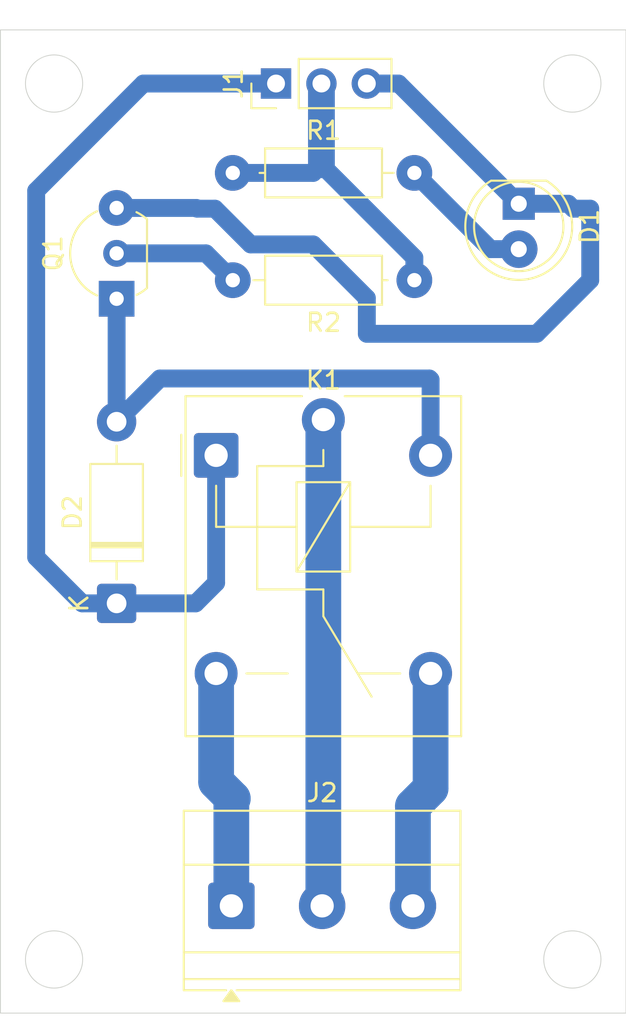
<source format=kicad_pcb>
(kicad_pcb (version 20241229) (generator "pcbnew") (generator_version "9.0")
  (layers (0 "F.Cu" signal) (2 "B.Cu" signal) (13 "F.Paste" user) (15 "B.Paste" user) (5 "F.SilkS" user "F.Silkscreen") (7 "B.SilkS" user "B.Silkscreen") (1 "F.Mask" user) (3 "B.Mask" user) (25 "Edge.Cuts" user))
  (net 0 "")
  (net 1 "Net-(D1-A)")
  (net 2 "GND")
  (net 3 "/COL")
  (net 4 "+5V")
  (net 5 "/SIG")
  (net 6 "/RL_COM")
  (net 7 "/RL_NC")
  (net 8 "/RL_NO")
  (net 9 "/BASE")
  (footprint "Connector_PinHeader_2.54mm:PinHeader_1x03_P2.54mm_Vertical" (layer "F.Cu") (at 150.42 88 90)
    (property "Reference" "J1" (at 0 -2.38 90) (layer "F.SilkS"))
    (property "Value" "Conn_01x03")
    (fp_line (start -1.38 -1.38) (end 0 -1.38) (stroke (width 0.12)) (layer "F.SilkS"))
    (fp_line (start -1.38 0) (end -1.38 -1.38) (stroke (width 0.12)) (layer "F.SilkS"))
    (fp_line (start 1.38 1.27) (end 1.38 6.46) (stroke (width 0.12)) (layer "F.SilkS"))
    (fp_line (start -1.38 1.27) (end 1.38 1.27) (stroke (width 0.12)) (layer "F.SilkS"))
    (fp_line (start -1.38 1.27) (end -1.38 6.46) (stroke (width 0.12)) (layer "F.SilkS"))
    (fp_line (start -1.38 6.46) (end 1.38 6.46) (stroke (width 0.12)) (layer "F.SilkS"))
    (pad "1" thru_hole rect (at 0 0 90) (size 1.7 1.7) (drill 1) (layers "*.Cu" "*.Mask") (net 4 "+5V"))
    (pad "2" thru_hole circle (at 0 2.54 90) (size 1.7 1.7) (drill 1) (layers "*.Cu" "*.Mask") (net 5 "/SIG"))
    (pad "3" thru_hole circle (at 0 5.08 90) (size 1.7 1.7) (drill 1) (layers "*.Cu" "*.Mask") (net 2 "GND"))
  )
  (footprint "LED_THT:LED_D5.0mm" (layer "F.Cu") (at 164 94.725 -90)
    (property "Reference" "D1" (at 1.27 -3.96 90) (layer "F.SilkS"))
    (property "Value" "LED")
    (fp_line (start -1.29 -1.545) (end -1.29 1.545) (stroke (width 0.12)) (layer "F.SilkS"))
    (fp_arc (start 4.26 0) (mid 2.071779 2.880495) (end -1.29 1.54483) (stroke (width 0.12)) (layer "F.SilkS"))
    (fp_arc (start -1.29 -1.54483) (mid 2.071779 -2.880495) (end 4.26 0) (stroke (width 0.12)) (layer "F.SilkS"))
    (fp_circle (center 1.27 0) (end 3.77 0) (stroke (width 0.12)) (fill no) (layer "F.SilkS"))
    (pad "1" thru_hole rect (at 0 0 270) (size 1.8 1.8) (drill 0.9) (layers "*.Cu" "*.Mask") (net 2 "GND"))
    (pad "2" thru_hole circle (at 2.54 0 270) (size 2.1 2.1) (drill 0.9) (layers "*.Cu" "*.Mask") (net 1 "Net-(D1-A)"))
  )
  (footprint "Package_TO_SOT_THT:TO-92L_Inline_Wide" (layer "F.Cu") (at 141.5 100.04 90)
    (property "Reference" "Q1" (at 2.54 -3.56 90) (layer "F.SilkS"))
    (property "Value" "BC547")
    (fp_line (start 0.6 1.7) (end 4.45 1.7) (stroke (width 0.12)) (layer "F.SilkS"))
    (fp_arc (start 2.54 -2.6) (mid 3.936979 -2.192818) (end 4.8964 -1.098807) (stroke (width 0.12)) (layer "F.SilkS"))
    (fp_arc (start 0.1836 -1.098807) (mid 1.143021 -2.192817) (end 2.54 -2.6) (stroke (width 0.12)) (layer "F.SilkS"))
    (fp_arc (start 4.842383 1.112264) (mid 4.666594 1.419753) (end 4.45 1.7) (stroke (width 0.12)) (layer "F.SilkS"))
    (fp_arc (start 0.6 1.7) (mid 0.389183 1.423933) (end 0.217369 1.122045) (stroke (width 0.12)) (layer "F.SilkS"))
    (pad "1" thru_hole rect (at 0 0 90) (size 2 2) (drill 0.8) (layers "*.Cu" "*.Mask") (net 3 "/COL"))
    (pad "2" thru_hole circle (at 2.54 0 90) (size 1.5 1.5) (drill 0.8) (layers "*.Cu" "*.Mask") (net 9 "/BASE"))
    (pad "3" thru_hole circle (at 5.08 0 90) (size 2 2) (drill 0.8) (layers "*.Cu" "*.Mask") (net 2 "GND"))
  )
  (footprint "Resistor_THT:R_Axial_DIN0207_L6.3mm_D2.5mm_P10.16mm_Horizontal" (layer "F.Cu") (at 148 93)
    (property "Reference" "R1" (at 5.08 -2.37 0) (layer "F.SilkS"))
    (property "Value" "470")
    (fp_line (start 1.5 0) (end 1.81 0) (stroke (width 0.12)) (layer "F.SilkS"))
    (fp_line (start 9 0) (end 8.35 0) (stroke (width 0.12)) (layer "F.SilkS"))
    (fp_rect (start 1.81 -1.37) (end 8.35 1.37) (stroke (width 0.12)) (fill no) (layer "F.SilkS"))
    (pad "1" thru_hole circle (at 0 0) (size 2 2) (drill 0.8) (layers "*.Cu" "*.Mask") (net 5 "/SIG"))
    (pad "2" thru_hole circle (at 10.16 0) (size 2 2) (drill 0.8) (layers "*.Cu" "*.Mask") (net 1 "Net-(D1-A)"))
  )
  (footprint "Relay_THT:Relay_SPDT_Finder_36.11" (layer "F.Cu") (at 147.0675 108.8)
    (property "Reference" "K1" (at 6 -4.2 0) (layer "F.SilkS"))
    (property "Value" "SRD-05VDC-SL-C")
    (fp_line (start -1.95 -1.15) (end -1.95 1.15) (stroke (width 0.12)) (layer "F.SilkS"))
    (fp_line (start -1.71 15.7) (end -1.71 -3.31) (stroke (width 0.12)) (layer "F.SilkS"))
    (fp_line (start 0 1.7) (end 0 4) (stroke (width 0.12)) (layer "F.SilkS"))
    (fp_line (start 1.7 12.2) (end 4 12.2) (stroke (width 0.12)) (layer "F.SilkS"))
    (fp_line (start 2.3 7.5) (end 2.3 0.6) (stroke (width 0.12)) (layer "F.SilkS"))
    (fp_line (start 4.5 1.5) (end 7.5 1.5) (stroke (width 0.12)) (layer "F.SilkS"))
    (fp_line (start 4.5 4) (end 0 4) (stroke (width 0.12)) (layer "F.SilkS"))
    (fp_line (start 4.5 6.5) (end 4.5 1.5) (stroke (width 0.12)) (layer "F.SilkS"))
    (fp_line (start 4.5 6.5) (end 7.5 1.5) (stroke (width 0.12)) (layer "F.SilkS"))
    (fp_line (start 4.8 -3.31) (end -1.71 -3.31) (stroke (width 0.12)) (layer "F.SilkS"))
    (fp_line (start 6 0.6) (end 2.3 0.6) (stroke (width 0.12)) (layer "F.SilkS"))
    (fp_line (start 6 0.6) (end 6 -0.3) (stroke (width 0.12)) (layer "F.SilkS"))
    (fp_line (start 6 7.5) (end 2.3 7.5) (stroke (width 0.12)) (layer "F.SilkS"))
    (fp_line (start 6 7.5) (end 6 9) (stroke (width 0.12)) (layer "F.SilkS"))
    (fp_line (start 6 9) (end 8.7 13.5) (stroke (width 0.12)) (layer "F.SilkS"))
    (fp_line (start 7.5 1.5) (end 7.5 6.5) (stroke (width 0.12)) (layer "F.SilkS"))
    (fp_line (start 7.5 6.5) (end 4.5 6.5) (stroke (width 0.12)) (layer "F.SilkS"))
    (fp_line (start 10.3 12.2) (end 8 12.2) (stroke (width 0.12)) (layer "F.SilkS"))
    (fp_line (start 12 4) (end 7.5 4) (stroke (width 0.12)) (layer "F.SilkS"))
    (fp_line (start 12 4) (end 12 1.7) (stroke (width 0.12)) (layer "F.SilkS"))
    (fp_line (start 13.71 -3.31) (end 7.2 -3.31) (stroke (width 0.12)) (layer "F.SilkS"))
    (fp_line (start 13.71 -3.31) (end 13.71 15.71) (stroke (width 0.12)) (layer "F.SilkS"))
    (fp_line (start 13.71 15.71) (end -1.71 15.71) (stroke (width 0.12)) (layer "F.SilkS"))
    (pad "11" thru_hole circle (at 6 -2) (size 2.4 2.4) (drill 1.3) (layers "*.Cu" "*.Mask") (net 6 "/RL_COM"))
    (pad "12" thru_hole circle (at 12 12.2) (size 2.4 2.4) (drill 1.3) (layers "*.Cu" "*.Mask") (net 7 "/RL_NC"))
    (pad "14" thru_hole circle (at 0 12.2) (size 2.4 2.4) (drill 1.3) (layers "*.Cu" "*.Mask") (net 8 "/RL_NO"))
    (pad "A1" thru_hole roundrect (at 0 0) (size 2.5 2.5) (drill 1.3) (layers "*.Cu" "*.Mask") (roundrect_rratio 0.1) (net 4 "+5V"))
    (pad "A2" thru_hole circle (at 12 0) (size 2.4 2.4) (drill 1.3) (layers "*.Cu" "*.Mask") (net 3 "/COL"))
  )
  (footprint "TerminalBlock_Phoenix:TerminalBlock_Phoenix_MKDS-1,5-3-5.08_1x03_P5.08mm_Horizontal" (layer "F.Cu") (at 147.92 134)
    (property "Reference" "J2" (at 5.08 -6.32 0) (layer "F.SilkS"))
    (property "Value" "Screw_Terminal_01x03")
    (fp_line (start -2.66 -5.32) (end 12.82 -5.32) (stroke (width 0.12)) (layer "F.SilkS"))
    (fp_line (start -2.66 -2.3) (end 12.82 -2.3) (stroke (width 0.12)) (layer "F.SilkS"))
    (fp_line (start -2.66 2.6) (end 12.82 2.6) (stroke (width 0.12)) (layer "F.SilkS"))
    (fp_line (start -2.66 4.1) (end 12.82 4.1) (stroke (width 0.12)) (layer "F.SilkS"))
    (fp_line (start -2.66 4.72) (end -2.66 -5.32) (stroke (width 0.12)) (layer "F.SilkS"))
    (fp_line (start -0.3 4.72) (end -2.66 4.72) (stroke (width 0.12)) (layer "F.SilkS"))
    (fp_line (start 12.82 -5.32) (end 12.82 4.72) (stroke (width 0.12)) (layer "F.SilkS"))
    (fp_line (start 12.82 4.72) (end 0.3 4.72) (stroke (width 0.12)) (layer "F.SilkS"))
    (fp_poly (pts (xy 0 4.72) (xy 0.44 5.33) (xy -0.44 5.33)) (stroke (width 0.12)) (fill yes) (layer "F.SilkS"))
    (pad "1" thru_hole roundrect (at 0 0) (size 2.6 2.6) (drill 1.3) (layers "*.Cu" "*.Mask") (roundrect_rratio 0.096154) (net 8 "/RL_NO"))
    (pad "2" thru_hole circle (at 5.08 0) (size 2.6 2.6) (drill 1.3) (layers "*.Cu" "*.Mask") (net 6 "/RL_COM"))
    (pad "3" thru_hole circle (at 10.16 0) (size 2.6 2.6) (drill 1.3) (layers "*.Cu" "*.Mask") (net 7 "/RL_NC"))
  )
  (footprint "Resistor_THT:R_Axial_DIN0207_L6.3mm_D2.5mm_P10.16mm_Horizontal" (layer "F.Cu") (at 158.16 99 180)
    (property "Reference" "R2" (at 5.08 -2.37 0) (layer "F.SilkS"))
    (property "Value" "470")
    (fp_line (start 9 0) (end 8.35 0) (stroke (width 0.12)) (layer "F.SilkS"))
    (fp_line (start 1.5 0) (end 1.81 0) (stroke (width 0.12)) (layer "F.SilkS"))
    (fp_rect (start 1.81 -1.37) (end 8.35 1.37) (stroke (width 0.12)) (fill no) (layer "F.SilkS"))
    (pad "1" thru_hole circle (at 0 0 180) (size 2 2) (drill 0.8) (layers "*.Cu" "*.Mask") (net 5 "/SIG"))
    (pad "2" thru_hole circle (at 10.16 0 180) (size 2 2) (drill 0.8) (layers "*.Cu" "*.Mask") (net 9 "/BASE"))
  )
  (footprint "Diode_THT:D_DO-41_SOD81_P10.16mm_Horizontal" (layer "F.Cu") (at 141.5 117.08 90)
    (property "Reference" "D2" (at 5.08 -2.47 90) (layer "F.SilkS"))
    (property "Value" "1N4007")
    (fp_line (start 3.38 -1.47) (end 3.38 1.47) (stroke (width 0.12)) (layer "F.SilkS"))
    (fp_line (start 3.26 -1.47) (end 3.26 1.47) (stroke (width 0.12)) (layer "F.SilkS"))
    (fp_line (start 3.14 -1.47) (end 3.14 1.47) (stroke (width 0.12)) (layer "F.SilkS"))
    (fp_line (start 8.82 0) (end 7.8 0) (stroke (width 0.12)) (layer "F.SilkS"))
    (fp_line (start 1.34 0) (end 2.36 0) (stroke (width 0.12)) (layer "F.SilkS"))
    (fp_rect (start 2.36 -1.47) (end 7.8 1.47) (stroke (width 0.12)) (fill no) (layer "F.SilkS"))
    (fp_text user "K" (at 0 -2.1 90) (layer "F.SilkS"))
    (pad "1" thru_hole roundrect (at 0 0 90) (size 2.2 2.2) (drill 1.1) (layers "*.Cu" "*.Mask") (roundrect_rratio 0.113636) (net 4 "+5V"))
    (pad "2" thru_hole circle (at 10.16 0 90) (size 2.2 2.2) (drill 1.1) (layers "*.Cu" "*.Mask") (net 3 "/COL"))
  )
  (gr_circle (center 167 88) (end 168.6 88) (stroke (width 0.05)) (fill no) (layer "Edge.Cuts"))
  (gr_circle (center 138 137) (end 139.6 137) (stroke (width 0.05)) (fill no) (layer "Edge.Cuts"))
  (gr_circle (center 167 137) (end 168.6 137) (stroke (width 0.05)) (fill no) (layer "Edge.Cuts"))
  (gr_circle (center 138 88) (end 139.6 88) (stroke (width 0.05)) (fill no) (layer "Edge.Cuts"))
  (gr_rect (start 135 85) (end 170 140) (stroke (width 0.05)) (fill no) (layer "Edge.Cuts"))
  (segment (start 164 97.265) (end 162.425 97.265) (width 1) (layer "B.Cu") (net 1))
  (segment (start 162.425 97.265) (end 158.16 93) (width 1) (layer "B.Cu") (net 1))
  (segment (start 168 99) (end 168 95) (width 1) (layer "B.Cu") (net 2))
  (segment (start 146 95) (end 147 95) (width 1) (layer "B.Cu") (net 2))
  (segment (start 168 95) (end 167.05 95) (width 1) (layer "B.Cu") (net 2))
  (segment (start 152.5 97) (end 155.5 100) (width 1) (layer "B.Cu") (net 2))
  (segment (start 147 95) (end 149 97) (width 1) (layer "B.Cu") (net 2))
  (segment (start 155.5 88) (end 157.275 88) (width 1) (layer "B.Cu") (net 2))
  (segment (start 141.5 94.96) (end 145.96 94.96) (width 1) (layer "B.Cu") (net 2))
  (segment (start 149 97) (end 152.5 97) (width 1) (layer "B.Cu") (net 2))
  (segment (start 155.5 102) (end 165 102) (width 1) (layer "B.Cu") (net 2))
  (segment (start 155.5 100) (end 155.5 102) (width 1) (layer "B.Cu") (net 2))
  (segment (start 157.275 88) (end 164 94.725) (width 1) (layer "B.Cu") (net 2))
  (segment (start 145.96 94.96) (end 146 95) (width 1) (layer "B.Cu") (net 2))
  (segment (start 167.05 95) (end 166.775 94.725) (width 1) (layer "B.Cu") (net 2))
  (segment (start 165 102) (end 168 99) (width 1) (layer "B.Cu") (net 2))
  (segment (start 166.775 94.725) (end 164 94.725) (width 1) (layer "B.Cu") (net 2))
  (segment (start 159 104.5) (end 143.92 104.5) (width 1) (layer "B.Cu") (net 3))
  (segment (start 159.0675 108.8) (end 159.0675 104.5675) (width 1) (layer "B.Cu") (net 3))
  (segment (start 143.92 104.5) (end 141.5 106.92) (width 1) (layer "B.Cu") (net 3))
  (segment (start 141.5 106.92) (end 141.5 100.04) (width 1) (layer "B.Cu") (net 3))
  (segment (start 159.0675 104.5675) (end 159 104.5) (width 1) (layer "B.Cu") (net 3))
  (segment (start 141.5 117.08) (end 139.58 117.08) (width 1) (layer "B.Cu") (net 4))
  (segment (start 147.0675 115.9325) (end 147.0675 108.8) (width 1) (layer "B.Cu") (net 4))
  (segment (start 139.58 117.08) (end 137 114.5) (width 1) (layer "B.Cu") (net 4))
  (segment (start 137 114.5) (end 137 94) (width 1) (layer "B.Cu") (net 4))
  (segment (start 143 88) (end 150.42 88) (width 1) (layer "B.Cu") (net 4))
  (segment (start 141.5 117.08) (end 145.92 117.08) (width 1) (layer "B.Cu") (net 4))
  (segment (start 137 94) (end 143 88) (width 1) (layer "B.Cu") (net 4))
  (segment (start 145.92 117.08) (end 147.0675 115.9325) (width 1) (layer "B.Cu") (net 4))
  (segment (start 158.16 99) (end 158.16 97.74) (width 1) (layer "B.Cu") (net 5))
  (segment (start 152.5 93) (end 148 93) (width 1) (layer "B.Cu") (net 5))
  (segment (start 152.96 92.54) (end 152.5 93) (width 1) (layer "B.Cu") (net 5))
  (segment (start 158.16 97.74) (end 152.96 92.54) (width 1) (layer "B.Cu") (net 5))
  (segment (start 152.96 92.54) (end 152.96 88) (width 1.5) (layer "B.Cu") (net 5))
  (segment (start 153.0675 133.9325) (end 153 134) (width 0.5) (layer "F.Cu") (net 6))
  (segment (start 153.0675 133.9325) (end 153 134) (width 2) (layer "B.Cu") (net 6))
  (segment (start 153.0675 106.8) (end 153.0675 133.9325) (width 2) (layer "B.Cu") (net 6))
  (segment (start 159.0675 121) (end 159.0675 127.4325) (width 2) (layer "B.Cu") (net 7))
  (segment (start 158.08 128.42) (end 158.08 134) (width 2) (layer "B.Cu") (net 7))
  (segment (start 159.0675 127.4325) (end 158.08 128.42) (width 2) (layer "B.Cu") (net 7))
  (segment (start 147.0675 127.0675) (end 148 128) (width 2) (layer "B.Cu") (net 8))
  (segment (start 147.92 128.08) (end 147.92 134) (width 2) (layer "B.Cu") (net 8))
  (segment (start 148 128) (end 147.92 128.08) (width 2) (layer "B.Cu") (net 8))
  (segment (start 147.0675 121) (end 147.0675 127.0675) (width 2) (layer "B.Cu") (net 8))
  (segment (start 146.5 97.5) (end 148 99) (width 1) (layer "B.Cu") (net 9))
  (segment (start 141.5 97.5) (end 146.5 97.5) (width 1) (layer "B.Cu") (net 9))
)
</source>
